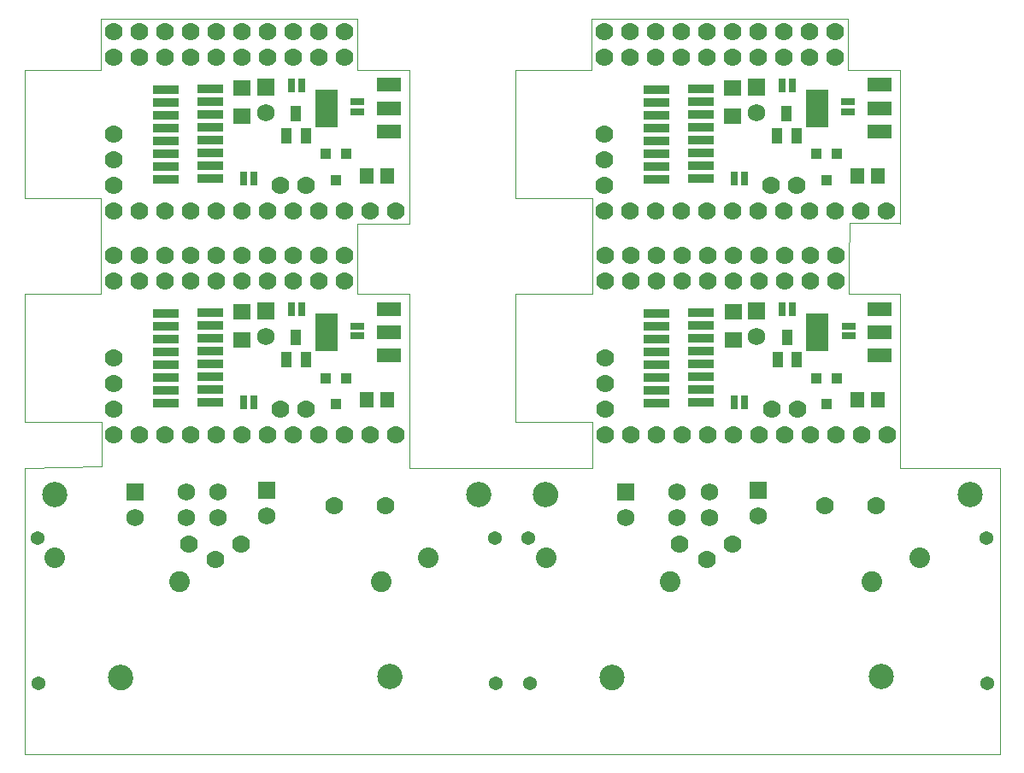
<source format=gbs>
G75*
%MOIN*%
%OFA0B0*%
%FSLAX25Y25*%
%IPPOS*%
%LPD*%
%AMOC8*
5,1,8,0,0,1.08239X$1,22.5*
%
%ADD10C,0.00000*%
%ADD11R,0.04337X0.03943*%
%ADD12R,0.04337X0.05912*%
%ADD13R,0.02900X0.05400*%
%ADD14R,0.05400X0.02900*%
%ADD15C,0.07000*%
%ADD16R,0.10400X0.03400*%
%ADD17R,0.06699X0.05912*%
%ADD18R,0.05518X0.06306*%
%ADD19R,0.09200X0.05200*%
%ADD20R,0.09061X0.14573*%
%ADD21C,0.05400*%
%ADD22C,0.08000*%
%ADD23R,0.06900X0.06900*%
%ADD24C,0.06900*%
%ADD25C,0.08077*%
%ADD26C,0.09455*%
%ADD27C,0.09843*%
D10*
X0005000Y0004606D02*
X0385476Y0004606D01*
X0385476Y0116575D01*
X0346500Y0116575D01*
X0346500Y0184409D01*
X0326421Y0184449D01*
X0326382Y0184488D01*
X0326382Y0194409D01*
X0326421Y0204449D01*
X0326654Y0204606D02*
X0326654Y0212087D01*
X0346339Y0212087D01*
X0346339Y0271811D01*
X0326260Y0271850D01*
X0326220Y0271890D01*
X0326220Y0281811D01*
X0326260Y0291850D01*
X0226260Y0291850D01*
X0226260Y0281850D01*
X0226299Y0281811D01*
X0226260Y0281811D01*
X0226260Y0271850D01*
X0196339Y0271850D01*
X0196339Y0221850D01*
X0226421Y0221850D01*
X0226421Y0194449D01*
X0226461Y0194409D01*
X0226421Y0194409D01*
X0226421Y0184449D01*
X0196500Y0184449D01*
X0196500Y0134449D01*
X0226421Y0134449D01*
X0226421Y0116575D01*
X0155000Y0116575D01*
X0155000Y0184409D01*
X0134921Y0184449D01*
X0134882Y0184488D01*
X0134882Y0194409D01*
X0134921Y0211693D01*
X0155000Y0211693D01*
X0155000Y0271811D01*
X0134921Y0271850D01*
X0134882Y0271890D01*
X0134882Y0281811D01*
X0134921Y0291850D01*
X0034921Y0291850D01*
X0034921Y0281850D01*
X0034961Y0281811D01*
X0034921Y0281811D01*
X0034921Y0271850D01*
X0005000Y0271850D01*
X0005000Y0221850D01*
X0034921Y0221850D01*
X0034921Y0194449D01*
X0034961Y0194409D01*
X0034921Y0194409D01*
X0034921Y0184449D01*
X0005000Y0184449D01*
X0005000Y0134449D01*
X0035031Y0134449D01*
X0035031Y0116969D01*
X0005000Y0116575D01*
X0005000Y0004606D01*
X0037972Y0034606D02*
X0037974Y0034740D01*
X0037980Y0034874D01*
X0037990Y0035008D01*
X0038004Y0035142D01*
X0038022Y0035275D01*
X0038043Y0035407D01*
X0038069Y0035539D01*
X0038099Y0035670D01*
X0038132Y0035800D01*
X0038169Y0035928D01*
X0038211Y0036056D01*
X0038255Y0036183D01*
X0038304Y0036308D01*
X0038356Y0036431D01*
X0038412Y0036553D01*
X0038472Y0036674D01*
X0038535Y0036792D01*
X0038601Y0036909D01*
X0038671Y0037023D01*
X0038744Y0037136D01*
X0038821Y0037246D01*
X0038901Y0037354D01*
X0038984Y0037459D01*
X0039070Y0037562D01*
X0039159Y0037662D01*
X0039251Y0037760D01*
X0039346Y0037855D01*
X0039444Y0037947D01*
X0039544Y0038036D01*
X0039647Y0038122D01*
X0039752Y0038205D01*
X0039860Y0038285D01*
X0039970Y0038362D01*
X0040083Y0038435D01*
X0040197Y0038505D01*
X0040314Y0038571D01*
X0040432Y0038634D01*
X0040553Y0038694D01*
X0040675Y0038750D01*
X0040798Y0038802D01*
X0040923Y0038851D01*
X0041050Y0038895D01*
X0041178Y0038937D01*
X0041306Y0038974D01*
X0041436Y0039007D01*
X0041567Y0039037D01*
X0041699Y0039063D01*
X0041831Y0039084D01*
X0041964Y0039102D01*
X0042098Y0039116D01*
X0042232Y0039126D01*
X0042366Y0039132D01*
X0042500Y0039134D01*
X0042634Y0039132D01*
X0042768Y0039126D01*
X0042902Y0039116D01*
X0043036Y0039102D01*
X0043169Y0039084D01*
X0043301Y0039063D01*
X0043433Y0039037D01*
X0043564Y0039007D01*
X0043694Y0038974D01*
X0043822Y0038937D01*
X0043950Y0038895D01*
X0044077Y0038851D01*
X0044202Y0038802D01*
X0044325Y0038750D01*
X0044447Y0038694D01*
X0044568Y0038634D01*
X0044686Y0038571D01*
X0044803Y0038505D01*
X0044917Y0038435D01*
X0045030Y0038362D01*
X0045140Y0038285D01*
X0045248Y0038205D01*
X0045353Y0038122D01*
X0045456Y0038036D01*
X0045556Y0037947D01*
X0045654Y0037855D01*
X0045749Y0037760D01*
X0045841Y0037662D01*
X0045930Y0037562D01*
X0046016Y0037459D01*
X0046099Y0037354D01*
X0046179Y0037246D01*
X0046256Y0037136D01*
X0046329Y0037023D01*
X0046399Y0036909D01*
X0046465Y0036792D01*
X0046528Y0036674D01*
X0046588Y0036553D01*
X0046644Y0036431D01*
X0046696Y0036308D01*
X0046745Y0036183D01*
X0046789Y0036056D01*
X0046831Y0035928D01*
X0046868Y0035800D01*
X0046901Y0035670D01*
X0046931Y0035539D01*
X0046957Y0035407D01*
X0046978Y0035275D01*
X0046996Y0035142D01*
X0047010Y0035008D01*
X0047020Y0034874D01*
X0047026Y0034740D01*
X0047028Y0034606D01*
X0047026Y0034472D01*
X0047020Y0034338D01*
X0047010Y0034204D01*
X0046996Y0034070D01*
X0046978Y0033937D01*
X0046957Y0033805D01*
X0046931Y0033673D01*
X0046901Y0033542D01*
X0046868Y0033412D01*
X0046831Y0033284D01*
X0046789Y0033156D01*
X0046745Y0033029D01*
X0046696Y0032904D01*
X0046644Y0032781D01*
X0046588Y0032659D01*
X0046528Y0032538D01*
X0046465Y0032420D01*
X0046399Y0032303D01*
X0046329Y0032189D01*
X0046256Y0032076D01*
X0046179Y0031966D01*
X0046099Y0031858D01*
X0046016Y0031753D01*
X0045930Y0031650D01*
X0045841Y0031550D01*
X0045749Y0031452D01*
X0045654Y0031357D01*
X0045556Y0031265D01*
X0045456Y0031176D01*
X0045353Y0031090D01*
X0045248Y0031007D01*
X0045140Y0030927D01*
X0045030Y0030850D01*
X0044917Y0030777D01*
X0044803Y0030707D01*
X0044686Y0030641D01*
X0044568Y0030578D01*
X0044447Y0030518D01*
X0044325Y0030462D01*
X0044202Y0030410D01*
X0044077Y0030361D01*
X0043950Y0030317D01*
X0043822Y0030275D01*
X0043694Y0030238D01*
X0043564Y0030205D01*
X0043433Y0030175D01*
X0043301Y0030149D01*
X0043169Y0030128D01*
X0043036Y0030110D01*
X0042902Y0030096D01*
X0042768Y0030086D01*
X0042634Y0030080D01*
X0042500Y0030078D01*
X0042366Y0030080D01*
X0042232Y0030086D01*
X0042098Y0030096D01*
X0041964Y0030110D01*
X0041831Y0030128D01*
X0041699Y0030149D01*
X0041567Y0030175D01*
X0041436Y0030205D01*
X0041306Y0030238D01*
X0041178Y0030275D01*
X0041050Y0030317D01*
X0040923Y0030361D01*
X0040798Y0030410D01*
X0040675Y0030462D01*
X0040553Y0030518D01*
X0040432Y0030578D01*
X0040314Y0030641D01*
X0040197Y0030707D01*
X0040083Y0030777D01*
X0039970Y0030850D01*
X0039860Y0030927D01*
X0039752Y0031007D01*
X0039647Y0031090D01*
X0039544Y0031176D01*
X0039444Y0031265D01*
X0039346Y0031357D01*
X0039251Y0031452D01*
X0039159Y0031550D01*
X0039070Y0031650D01*
X0038984Y0031753D01*
X0038901Y0031858D01*
X0038821Y0031966D01*
X0038744Y0032076D01*
X0038671Y0032189D01*
X0038601Y0032303D01*
X0038535Y0032420D01*
X0038472Y0032538D01*
X0038412Y0032659D01*
X0038356Y0032781D01*
X0038304Y0032904D01*
X0038255Y0033029D01*
X0038211Y0033156D01*
X0038169Y0033284D01*
X0038132Y0033412D01*
X0038099Y0033542D01*
X0038069Y0033673D01*
X0038043Y0033805D01*
X0038022Y0033937D01*
X0038004Y0034070D01*
X0037990Y0034204D01*
X0037980Y0034338D01*
X0037974Y0034472D01*
X0037972Y0034606D01*
X0012283Y0106173D02*
X0012285Y0106307D01*
X0012291Y0106441D01*
X0012301Y0106575D01*
X0012315Y0106709D01*
X0012333Y0106842D01*
X0012354Y0106974D01*
X0012380Y0107106D01*
X0012410Y0107237D01*
X0012443Y0107367D01*
X0012480Y0107495D01*
X0012522Y0107623D01*
X0012566Y0107750D01*
X0012615Y0107875D01*
X0012667Y0107998D01*
X0012723Y0108120D01*
X0012783Y0108241D01*
X0012846Y0108359D01*
X0012912Y0108476D01*
X0012982Y0108590D01*
X0013055Y0108703D01*
X0013132Y0108813D01*
X0013212Y0108921D01*
X0013295Y0109026D01*
X0013381Y0109129D01*
X0013470Y0109229D01*
X0013562Y0109327D01*
X0013657Y0109422D01*
X0013755Y0109514D01*
X0013855Y0109603D01*
X0013958Y0109689D01*
X0014063Y0109772D01*
X0014171Y0109852D01*
X0014281Y0109929D01*
X0014394Y0110002D01*
X0014508Y0110072D01*
X0014625Y0110138D01*
X0014743Y0110201D01*
X0014864Y0110261D01*
X0014986Y0110317D01*
X0015109Y0110369D01*
X0015234Y0110418D01*
X0015361Y0110462D01*
X0015489Y0110504D01*
X0015617Y0110541D01*
X0015747Y0110574D01*
X0015878Y0110604D01*
X0016010Y0110630D01*
X0016142Y0110651D01*
X0016275Y0110669D01*
X0016409Y0110683D01*
X0016543Y0110693D01*
X0016677Y0110699D01*
X0016811Y0110701D01*
X0016945Y0110699D01*
X0017079Y0110693D01*
X0017213Y0110683D01*
X0017347Y0110669D01*
X0017480Y0110651D01*
X0017612Y0110630D01*
X0017744Y0110604D01*
X0017875Y0110574D01*
X0018005Y0110541D01*
X0018133Y0110504D01*
X0018261Y0110462D01*
X0018388Y0110418D01*
X0018513Y0110369D01*
X0018636Y0110317D01*
X0018758Y0110261D01*
X0018879Y0110201D01*
X0018997Y0110138D01*
X0019114Y0110072D01*
X0019228Y0110002D01*
X0019341Y0109929D01*
X0019451Y0109852D01*
X0019559Y0109772D01*
X0019664Y0109689D01*
X0019767Y0109603D01*
X0019867Y0109514D01*
X0019965Y0109422D01*
X0020060Y0109327D01*
X0020152Y0109229D01*
X0020241Y0109129D01*
X0020327Y0109026D01*
X0020410Y0108921D01*
X0020490Y0108813D01*
X0020567Y0108703D01*
X0020640Y0108590D01*
X0020710Y0108476D01*
X0020776Y0108359D01*
X0020839Y0108241D01*
X0020899Y0108120D01*
X0020955Y0107998D01*
X0021007Y0107875D01*
X0021056Y0107750D01*
X0021100Y0107623D01*
X0021142Y0107495D01*
X0021179Y0107367D01*
X0021212Y0107237D01*
X0021242Y0107106D01*
X0021268Y0106974D01*
X0021289Y0106842D01*
X0021307Y0106709D01*
X0021321Y0106575D01*
X0021331Y0106441D01*
X0021337Y0106307D01*
X0021339Y0106173D01*
X0021337Y0106039D01*
X0021331Y0105905D01*
X0021321Y0105771D01*
X0021307Y0105637D01*
X0021289Y0105504D01*
X0021268Y0105372D01*
X0021242Y0105240D01*
X0021212Y0105109D01*
X0021179Y0104979D01*
X0021142Y0104851D01*
X0021100Y0104723D01*
X0021056Y0104596D01*
X0021007Y0104471D01*
X0020955Y0104348D01*
X0020899Y0104226D01*
X0020839Y0104105D01*
X0020776Y0103987D01*
X0020710Y0103870D01*
X0020640Y0103756D01*
X0020567Y0103643D01*
X0020490Y0103533D01*
X0020410Y0103425D01*
X0020327Y0103320D01*
X0020241Y0103217D01*
X0020152Y0103117D01*
X0020060Y0103019D01*
X0019965Y0102924D01*
X0019867Y0102832D01*
X0019767Y0102743D01*
X0019664Y0102657D01*
X0019559Y0102574D01*
X0019451Y0102494D01*
X0019341Y0102417D01*
X0019228Y0102344D01*
X0019114Y0102274D01*
X0018997Y0102208D01*
X0018879Y0102145D01*
X0018758Y0102085D01*
X0018636Y0102029D01*
X0018513Y0101977D01*
X0018388Y0101928D01*
X0018261Y0101884D01*
X0018133Y0101842D01*
X0018005Y0101805D01*
X0017875Y0101772D01*
X0017744Y0101742D01*
X0017612Y0101716D01*
X0017480Y0101695D01*
X0017347Y0101677D01*
X0017213Y0101663D01*
X0017079Y0101653D01*
X0016945Y0101647D01*
X0016811Y0101645D01*
X0016677Y0101647D01*
X0016543Y0101653D01*
X0016409Y0101663D01*
X0016275Y0101677D01*
X0016142Y0101695D01*
X0016010Y0101716D01*
X0015878Y0101742D01*
X0015747Y0101772D01*
X0015617Y0101805D01*
X0015489Y0101842D01*
X0015361Y0101884D01*
X0015234Y0101928D01*
X0015109Y0101977D01*
X0014986Y0102029D01*
X0014864Y0102085D01*
X0014743Y0102145D01*
X0014625Y0102208D01*
X0014508Y0102274D01*
X0014394Y0102344D01*
X0014281Y0102417D01*
X0014171Y0102494D01*
X0014063Y0102574D01*
X0013958Y0102657D01*
X0013855Y0102743D01*
X0013755Y0102832D01*
X0013657Y0102924D01*
X0013562Y0103019D01*
X0013470Y0103117D01*
X0013381Y0103217D01*
X0013295Y0103320D01*
X0013212Y0103425D01*
X0013132Y0103533D01*
X0013055Y0103643D01*
X0012982Y0103756D01*
X0012912Y0103870D01*
X0012846Y0103987D01*
X0012783Y0104105D01*
X0012723Y0104226D01*
X0012667Y0104348D01*
X0012615Y0104471D01*
X0012566Y0104596D01*
X0012522Y0104723D01*
X0012480Y0104851D01*
X0012443Y0104979D01*
X0012410Y0105109D01*
X0012380Y0105240D01*
X0012354Y0105372D01*
X0012333Y0105504D01*
X0012315Y0105637D01*
X0012301Y0105771D01*
X0012291Y0105905D01*
X0012285Y0106039D01*
X0012283Y0106173D01*
X0142972Y0035106D02*
X0142974Y0035240D01*
X0142980Y0035374D01*
X0142990Y0035508D01*
X0143004Y0035642D01*
X0143022Y0035775D01*
X0143043Y0035907D01*
X0143069Y0036039D01*
X0143099Y0036170D01*
X0143132Y0036300D01*
X0143169Y0036428D01*
X0143211Y0036556D01*
X0143255Y0036683D01*
X0143304Y0036808D01*
X0143356Y0036931D01*
X0143412Y0037053D01*
X0143472Y0037174D01*
X0143535Y0037292D01*
X0143601Y0037409D01*
X0143671Y0037523D01*
X0143744Y0037636D01*
X0143821Y0037746D01*
X0143901Y0037854D01*
X0143984Y0037959D01*
X0144070Y0038062D01*
X0144159Y0038162D01*
X0144251Y0038260D01*
X0144346Y0038355D01*
X0144444Y0038447D01*
X0144544Y0038536D01*
X0144647Y0038622D01*
X0144752Y0038705D01*
X0144860Y0038785D01*
X0144970Y0038862D01*
X0145083Y0038935D01*
X0145197Y0039005D01*
X0145314Y0039071D01*
X0145432Y0039134D01*
X0145553Y0039194D01*
X0145675Y0039250D01*
X0145798Y0039302D01*
X0145923Y0039351D01*
X0146050Y0039395D01*
X0146178Y0039437D01*
X0146306Y0039474D01*
X0146436Y0039507D01*
X0146567Y0039537D01*
X0146699Y0039563D01*
X0146831Y0039584D01*
X0146964Y0039602D01*
X0147098Y0039616D01*
X0147232Y0039626D01*
X0147366Y0039632D01*
X0147500Y0039634D01*
X0147634Y0039632D01*
X0147768Y0039626D01*
X0147902Y0039616D01*
X0148036Y0039602D01*
X0148169Y0039584D01*
X0148301Y0039563D01*
X0148433Y0039537D01*
X0148564Y0039507D01*
X0148694Y0039474D01*
X0148822Y0039437D01*
X0148950Y0039395D01*
X0149077Y0039351D01*
X0149202Y0039302D01*
X0149325Y0039250D01*
X0149447Y0039194D01*
X0149568Y0039134D01*
X0149686Y0039071D01*
X0149803Y0039005D01*
X0149917Y0038935D01*
X0150030Y0038862D01*
X0150140Y0038785D01*
X0150248Y0038705D01*
X0150353Y0038622D01*
X0150456Y0038536D01*
X0150556Y0038447D01*
X0150654Y0038355D01*
X0150749Y0038260D01*
X0150841Y0038162D01*
X0150930Y0038062D01*
X0151016Y0037959D01*
X0151099Y0037854D01*
X0151179Y0037746D01*
X0151256Y0037636D01*
X0151329Y0037523D01*
X0151399Y0037409D01*
X0151465Y0037292D01*
X0151528Y0037174D01*
X0151588Y0037053D01*
X0151644Y0036931D01*
X0151696Y0036808D01*
X0151745Y0036683D01*
X0151789Y0036556D01*
X0151831Y0036428D01*
X0151868Y0036300D01*
X0151901Y0036170D01*
X0151931Y0036039D01*
X0151957Y0035907D01*
X0151978Y0035775D01*
X0151996Y0035642D01*
X0152010Y0035508D01*
X0152020Y0035374D01*
X0152026Y0035240D01*
X0152028Y0035106D01*
X0152026Y0034972D01*
X0152020Y0034838D01*
X0152010Y0034704D01*
X0151996Y0034570D01*
X0151978Y0034437D01*
X0151957Y0034305D01*
X0151931Y0034173D01*
X0151901Y0034042D01*
X0151868Y0033912D01*
X0151831Y0033784D01*
X0151789Y0033656D01*
X0151745Y0033529D01*
X0151696Y0033404D01*
X0151644Y0033281D01*
X0151588Y0033159D01*
X0151528Y0033038D01*
X0151465Y0032920D01*
X0151399Y0032803D01*
X0151329Y0032689D01*
X0151256Y0032576D01*
X0151179Y0032466D01*
X0151099Y0032358D01*
X0151016Y0032253D01*
X0150930Y0032150D01*
X0150841Y0032050D01*
X0150749Y0031952D01*
X0150654Y0031857D01*
X0150556Y0031765D01*
X0150456Y0031676D01*
X0150353Y0031590D01*
X0150248Y0031507D01*
X0150140Y0031427D01*
X0150030Y0031350D01*
X0149917Y0031277D01*
X0149803Y0031207D01*
X0149686Y0031141D01*
X0149568Y0031078D01*
X0149447Y0031018D01*
X0149325Y0030962D01*
X0149202Y0030910D01*
X0149077Y0030861D01*
X0148950Y0030817D01*
X0148822Y0030775D01*
X0148694Y0030738D01*
X0148564Y0030705D01*
X0148433Y0030675D01*
X0148301Y0030649D01*
X0148169Y0030628D01*
X0148036Y0030610D01*
X0147902Y0030596D01*
X0147768Y0030586D01*
X0147634Y0030580D01*
X0147500Y0030578D01*
X0147366Y0030580D01*
X0147232Y0030586D01*
X0147098Y0030596D01*
X0146964Y0030610D01*
X0146831Y0030628D01*
X0146699Y0030649D01*
X0146567Y0030675D01*
X0146436Y0030705D01*
X0146306Y0030738D01*
X0146178Y0030775D01*
X0146050Y0030817D01*
X0145923Y0030861D01*
X0145798Y0030910D01*
X0145675Y0030962D01*
X0145553Y0031018D01*
X0145432Y0031078D01*
X0145314Y0031141D01*
X0145197Y0031207D01*
X0145083Y0031277D01*
X0144970Y0031350D01*
X0144860Y0031427D01*
X0144752Y0031507D01*
X0144647Y0031590D01*
X0144544Y0031676D01*
X0144444Y0031765D01*
X0144346Y0031857D01*
X0144251Y0031952D01*
X0144159Y0032050D01*
X0144070Y0032150D01*
X0143984Y0032253D01*
X0143901Y0032358D01*
X0143821Y0032466D01*
X0143744Y0032576D01*
X0143671Y0032689D01*
X0143601Y0032803D01*
X0143535Y0032920D01*
X0143472Y0033038D01*
X0143412Y0033159D01*
X0143356Y0033281D01*
X0143304Y0033404D01*
X0143255Y0033529D01*
X0143211Y0033656D01*
X0143169Y0033784D01*
X0143132Y0033912D01*
X0143099Y0034042D01*
X0143069Y0034173D01*
X0143043Y0034305D01*
X0143022Y0034437D01*
X0143004Y0034570D01*
X0142990Y0034704D01*
X0142980Y0034838D01*
X0142974Y0034972D01*
X0142972Y0035106D01*
X0177637Y0106173D02*
X0177639Y0106307D01*
X0177645Y0106441D01*
X0177655Y0106575D01*
X0177669Y0106709D01*
X0177687Y0106842D01*
X0177708Y0106974D01*
X0177734Y0107106D01*
X0177764Y0107237D01*
X0177797Y0107367D01*
X0177834Y0107495D01*
X0177876Y0107623D01*
X0177920Y0107750D01*
X0177969Y0107875D01*
X0178021Y0107998D01*
X0178077Y0108120D01*
X0178137Y0108241D01*
X0178200Y0108359D01*
X0178266Y0108476D01*
X0178336Y0108590D01*
X0178409Y0108703D01*
X0178486Y0108813D01*
X0178566Y0108921D01*
X0178649Y0109026D01*
X0178735Y0109129D01*
X0178824Y0109229D01*
X0178916Y0109327D01*
X0179011Y0109422D01*
X0179109Y0109514D01*
X0179209Y0109603D01*
X0179312Y0109689D01*
X0179417Y0109772D01*
X0179525Y0109852D01*
X0179635Y0109929D01*
X0179748Y0110002D01*
X0179862Y0110072D01*
X0179979Y0110138D01*
X0180097Y0110201D01*
X0180218Y0110261D01*
X0180340Y0110317D01*
X0180463Y0110369D01*
X0180588Y0110418D01*
X0180715Y0110462D01*
X0180843Y0110504D01*
X0180971Y0110541D01*
X0181101Y0110574D01*
X0181232Y0110604D01*
X0181364Y0110630D01*
X0181496Y0110651D01*
X0181629Y0110669D01*
X0181763Y0110683D01*
X0181897Y0110693D01*
X0182031Y0110699D01*
X0182165Y0110701D01*
X0182299Y0110699D01*
X0182433Y0110693D01*
X0182567Y0110683D01*
X0182701Y0110669D01*
X0182834Y0110651D01*
X0182966Y0110630D01*
X0183098Y0110604D01*
X0183229Y0110574D01*
X0183359Y0110541D01*
X0183487Y0110504D01*
X0183615Y0110462D01*
X0183742Y0110418D01*
X0183867Y0110369D01*
X0183990Y0110317D01*
X0184112Y0110261D01*
X0184233Y0110201D01*
X0184351Y0110138D01*
X0184468Y0110072D01*
X0184582Y0110002D01*
X0184695Y0109929D01*
X0184805Y0109852D01*
X0184913Y0109772D01*
X0185018Y0109689D01*
X0185121Y0109603D01*
X0185221Y0109514D01*
X0185319Y0109422D01*
X0185414Y0109327D01*
X0185506Y0109229D01*
X0185595Y0109129D01*
X0185681Y0109026D01*
X0185764Y0108921D01*
X0185844Y0108813D01*
X0185921Y0108703D01*
X0185994Y0108590D01*
X0186064Y0108476D01*
X0186130Y0108359D01*
X0186193Y0108241D01*
X0186253Y0108120D01*
X0186309Y0107998D01*
X0186361Y0107875D01*
X0186410Y0107750D01*
X0186454Y0107623D01*
X0186496Y0107495D01*
X0186533Y0107367D01*
X0186566Y0107237D01*
X0186596Y0107106D01*
X0186622Y0106974D01*
X0186643Y0106842D01*
X0186661Y0106709D01*
X0186675Y0106575D01*
X0186685Y0106441D01*
X0186691Y0106307D01*
X0186693Y0106173D01*
X0186691Y0106039D01*
X0186685Y0105905D01*
X0186675Y0105771D01*
X0186661Y0105637D01*
X0186643Y0105504D01*
X0186622Y0105372D01*
X0186596Y0105240D01*
X0186566Y0105109D01*
X0186533Y0104979D01*
X0186496Y0104851D01*
X0186454Y0104723D01*
X0186410Y0104596D01*
X0186361Y0104471D01*
X0186309Y0104348D01*
X0186253Y0104226D01*
X0186193Y0104105D01*
X0186130Y0103987D01*
X0186064Y0103870D01*
X0185994Y0103756D01*
X0185921Y0103643D01*
X0185844Y0103533D01*
X0185764Y0103425D01*
X0185681Y0103320D01*
X0185595Y0103217D01*
X0185506Y0103117D01*
X0185414Y0103019D01*
X0185319Y0102924D01*
X0185221Y0102832D01*
X0185121Y0102743D01*
X0185018Y0102657D01*
X0184913Y0102574D01*
X0184805Y0102494D01*
X0184695Y0102417D01*
X0184582Y0102344D01*
X0184468Y0102274D01*
X0184351Y0102208D01*
X0184233Y0102145D01*
X0184112Y0102085D01*
X0183990Y0102029D01*
X0183867Y0101977D01*
X0183742Y0101928D01*
X0183615Y0101884D01*
X0183487Y0101842D01*
X0183359Y0101805D01*
X0183229Y0101772D01*
X0183098Y0101742D01*
X0182966Y0101716D01*
X0182834Y0101695D01*
X0182701Y0101677D01*
X0182567Y0101663D01*
X0182433Y0101653D01*
X0182299Y0101647D01*
X0182165Y0101645D01*
X0182031Y0101647D01*
X0181897Y0101653D01*
X0181763Y0101663D01*
X0181629Y0101677D01*
X0181496Y0101695D01*
X0181364Y0101716D01*
X0181232Y0101742D01*
X0181101Y0101772D01*
X0180971Y0101805D01*
X0180843Y0101842D01*
X0180715Y0101884D01*
X0180588Y0101928D01*
X0180463Y0101977D01*
X0180340Y0102029D01*
X0180218Y0102085D01*
X0180097Y0102145D01*
X0179979Y0102208D01*
X0179862Y0102274D01*
X0179748Y0102344D01*
X0179635Y0102417D01*
X0179525Y0102494D01*
X0179417Y0102574D01*
X0179312Y0102657D01*
X0179209Y0102743D01*
X0179109Y0102832D01*
X0179011Y0102924D01*
X0178916Y0103019D01*
X0178824Y0103117D01*
X0178735Y0103217D01*
X0178649Y0103320D01*
X0178566Y0103425D01*
X0178486Y0103533D01*
X0178409Y0103643D01*
X0178336Y0103756D01*
X0178266Y0103870D01*
X0178200Y0103987D01*
X0178137Y0104105D01*
X0178077Y0104226D01*
X0178021Y0104348D01*
X0177969Y0104471D01*
X0177920Y0104596D01*
X0177876Y0104723D01*
X0177834Y0104851D01*
X0177797Y0104979D01*
X0177764Y0105109D01*
X0177734Y0105240D01*
X0177708Y0105372D01*
X0177687Y0105504D01*
X0177669Y0105637D01*
X0177655Y0105771D01*
X0177645Y0105905D01*
X0177639Y0106039D01*
X0177637Y0106173D01*
X0203783Y0106173D02*
X0203785Y0106307D01*
X0203791Y0106441D01*
X0203801Y0106575D01*
X0203815Y0106709D01*
X0203833Y0106842D01*
X0203854Y0106974D01*
X0203880Y0107106D01*
X0203910Y0107237D01*
X0203943Y0107367D01*
X0203980Y0107495D01*
X0204022Y0107623D01*
X0204066Y0107750D01*
X0204115Y0107875D01*
X0204167Y0107998D01*
X0204223Y0108120D01*
X0204283Y0108241D01*
X0204346Y0108359D01*
X0204412Y0108476D01*
X0204482Y0108590D01*
X0204555Y0108703D01*
X0204632Y0108813D01*
X0204712Y0108921D01*
X0204795Y0109026D01*
X0204881Y0109129D01*
X0204970Y0109229D01*
X0205062Y0109327D01*
X0205157Y0109422D01*
X0205255Y0109514D01*
X0205355Y0109603D01*
X0205458Y0109689D01*
X0205563Y0109772D01*
X0205671Y0109852D01*
X0205781Y0109929D01*
X0205894Y0110002D01*
X0206008Y0110072D01*
X0206125Y0110138D01*
X0206243Y0110201D01*
X0206364Y0110261D01*
X0206486Y0110317D01*
X0206609Y0110369D01*
X0206734Y0110418D01*
X0206861Y0110462D01*
X0206989Y0110504D01*
X0207117Y0110541D01*
X0207247Y0110574D01*
X0207378Y0110604D01*
X0207510Y0110630D01*
X0207642Y0110651D01*
X0207775Y0110669D01*
X0207909Y0110683D01*
X0208043Y0110693D01*
X0208177Y0110699D01*
X0208311Y0110701D01*
X0208445Y0110699D01*
X0208579Y0110693D01*
X0208713Y0110683D01*
X0208847Y0110669D01*
X0208980Y0110651D01*
X0209112Y0110630D01*
X0209244Y0110604D01*
X0209375Y0110574D01*
X0209505Y0110541D01*
X0209633Y0110504D01*
X0209761Y0110462D01*
X0209888Y0110418D01*
X0210013Y0110369D01*
X0210136Y0110317D01*
X0210258Y0110261D01*
X0210379Y0110201D01*
X0210497Y0110138D01*
X0210614Y0110072D01*
X0210728Y0110002D01*
X0210841Y0109929D01*
X0210951Y0109852D01*
X0211059Y0109772D01*
X0211164Y0109689D01*
X0211267Y0109603D01*
X0211367Y0109514D01*
X0211465Y0109422D01*
X0211560Y0109327D01*
X0211652Y0109229D01*
X0211741Y0109129D01*
X0211827Y0109026D01*
X0211910Y0108921D01*
X0211990Y0108813D01*
X0212067Y0108703D01*
X0212140Y0108590D01*
X0212210Y0108476D01*
X0212276Y0108359D01*
X0212339Y0108241D01*
X0212399Y0108120D01*
X0212455Y0107998D01*
X0212507Y0107875D01*
X0212556Y0107750D01*
X0212600Y0107623D01*
X0212642Y0107495D01*
X0212679Y0107367D01*
X0212712Y0107237D01*
X0212742Y0107106D01*
X0212768Y0106974D01*
X0212789Y0106842D01*
X0212807Y0106709D01*
X0212821Y0106575D01*
X0212831Y0106441D01*
X0212837Y0106307D01*
X0212839Y0106173D01*
X0212837Y0106039D01*
X0212831Y0105905D01*
X0212821Y0105771D01*
X0212807Y0105637D01*
X0212789Y0105504D01*
X0212768Y0105372D01*
X0212742Y0105240D01*
X0212712Y0105109D01*
X0212679Y0104979D01*
X0212642Y0104851D01*
X0212600Y0104723D01*
X0212556Y0104596D01*
X0212507Y0104471D01*
X0212455Y0104348D01*
X0212399Y0104226D01*
X0212339Y0104105D01*
X0212276Y0103987D01*
X0212210Y0103870D01*
X0212140Y0103756D01*
X0212067Y0103643D01*
X0211990Y0103533D01*
X0211910Y0103425D01*
X0211827Y0103320D01*
X0211741Y0103217D01*
X0211652Y0103117D01*
X0211560Y0103019D01*
X0211465Y0102924D01*
X0211367Y0102832D01*
X0211267Y0102743D01*
X0211164Y0102657D01*
X0211059Y0102574D01*
X0210951Y0102494D01*
X0210841Y0102417D01*
X0210728Y0102344D01*
X0210614Y0102274D01*
X0210497Y0102208D01*
X0210379Y0102145D01*
X0210258Y0102085D01*
X0210136Y0102029D01*
X0210013Y0101977D01*
X0209888Y0101928D01*
X0209761Y0101884D01*
X0209633Y0101842D01*
X0209505Y0101805D01*
X0209375Y0101772D01*
X0209244Y0101742D01*
X0209112Y0101716D01*
X0208980Y0101695D01*
X0208847Y0101677D01*
X0208713Y0101663D01*
X0208579Y0101653D01*
X0208445Y0101647D01*
X0208311Y0101645D01*
X0208177Y0101647D01*
X0208043Y0101653D01*
X0207909Y0101663D01*
X0207775Y0101677D01*
X0207642Y0101695D01*
X0207510Y0101716D01*
X0207378Y0101742D01*
X0207247Y0101772D01*
X0207117Y0101805D01*
X0206989Y0101842D01*
X0206861Y0101884D01*
X0206734Y0101928D01*
X0206609Y0101977D01*
X0206486Y0102029D01*
X0206364Y0102085D01*
X0206243Y0102145D01*
X0206125Y0102208D01*
X0206008Y0102274D01*
X0205894Y0102344D01*
X0205781Y0102417D01*
X0205671Y0102494D01*
X0205563Y0102574D01*
X0205458Y0102657D01*
X0205355Y0102743D01*
X0205255Y0102832D01*
X0205157Y0102924D01*
X0205062Y0103019D01*
X0204970Y0103117D01*
X0204881Y0103217D01*
X0204795Y0103320D01*
X0204712Y0103425D01*
X0204632Y0103533D01*
X0204555Y0103643D01*
X0204482Y0103756D01*
X0204412Y0103870D01*
X0204346Y0103987D01*
X0204283Y0104105D01*
X0204223Y0104226D01*
X0204167Y0104348D01*
X0204115Y0104471D01*
X0204066Y0104596D01*
X0204022Y0104723D01*
X0203980Y0104851D01*
X0203943Y0104979D01*
X0203910Y0105109D01*
X0203880Y0105240D01*
X0203854Y0105372D01*
X0203833Y0105504D01*
X0203815Y0105637D01*
X0203801Y0105771D01*
X0203791Y0105905D01*
X0203785Y0106039D01*
X0203783Y0106173D01*
X0229472Y0034606D02*
X0229474Y0034740D01*
X0229480Y0034874D01*
X0229490Y0035008D01*
X0229504Y0035142D01*
X0229522Y0035275D01*
X0229543Y0035407D01*
X0229569Y0035539D01*
X0229599Y0035670D01*
X0229632Y0035800D01*
X0229669Y0035928D01*
X0229711Y0036056D01*
X0229755Y0036183D01*
X0229804Y0036308D01*
X0229856Y0036431D01*
X0229912Y0036553D01*
X0229972Y0036674D01*
X0230035Y0036792D01*
X0230101Y0036909D01*
X0230171Y0037023D01*
X0230244Y0037136D01*
X0230321Y0037246D01*
X0230401Y0037354D01*
X0230484Y0037459D01*
X0230570Y0037562D01*
X0230659Y0037662D01*
X0230751Y0037760D01*
X0230846Y0037855D01*
X0230944Y0037947D01*
X0231044Y0038036D01*
X0231147Y0038122D01*
X0231252Y0038205D01*
X0231360Y0038285D01*
X0231470Y0038362D01*
X0231583Y0038435D01*
X0231697Y0038505D01*
X0231814Y0038571D01*
X0231932Y0038634D01*
X0232053Y0038694D01*
X0232175Y0038750D01*
X0232298Y0038802D01*
X0232423Y0038851D01*
X0232550Y0038895D01*
X0232678Y0038937D01*
X0232806Y0038974D01*
X0232936Y0039007D01*
X0233067Y0039037D01*
X0233199Y0039063D01*
X0233331Y0039084D01*
X0233464Y0039102D01*
X0233598Y0039116D01*
X0233732Y0039126D01*
X0233866Y0039132D01*
X0234000Y0039134D01*
X0234134Y0039132D01*
X0234268Y0039126D01*
X0234402Y0039116D01*
X0234536Y0039102D01*
X0234669Y0039084D01*
X0234801Y0039063D01*
X0234933Y0039037D01*
X0235064Y0039007D01*
X0235194Y0038974D01*
X0235322Y0038937D01*
X0235450Y0038895D01*
X0235577Y0038851D01*
X0235702Y0038802D01*
X0235825Y0038750D01*
X0235947Y0038694D01*
X0236068Y0038634D01*
X0236186Y0038571D01*
X0236303Y0038505D01*
X0236417Y0038435D01*
X0236530Y0038362D01*
X0236640Y0038285D01*
X0236748Y0038205D01*
X0236853Y0038122D01*
X0236956Y0038036D01*
X0237056Y0037947D01*
X0237154Y0037855D01*
X0237249Y0037760D01*
X0237341Y0037662D01*
X0237430Y0037562D01*
X0237516Y0037459D01*
X0237599Y0037354D01*
X0237679Y0037246D01*
X0237756Y0037136D01*
X0237829Y0037023D01*
X0237899Y0036909D01*
X0237965Y0036792D01*
X0238028Y0036674D01*
X0238088Y0036553D01*
X0238144Y0036431D01*
X0238196Y0036308D01*
X0238245Y0036183D01*
X0238289Y0036056D01*
X0238331Y0035928D01*
X0238368Y0035800D01*
X0238401Y0035670D01*
X0238431Y0035539D01*
X0238457Y0035407D01*
X0238478Y0035275D01*
X0238496Y0035142D01*
X0238510Y0035008D01*
X0238520Y0034874D01*
X0238526Y0034740D01*
X0238528Y0034606D01*
X0238526Y0034472D01*
X0238520Y0034338D01*
X0238510Y0034204D01*
X0238496Y0034070D01*
X0238478Y0033937D01*
X0238457Y0033805D01*
X0238431Y0033673D01*
X0238401Y0033542D01*
X0238368Y0033412D01*
X0238331Y0033284D01*
X0238289Y0033156D01*
X0238245Y0033029D01*
X0238196Y0032904D01*
X0238144Y0032781D01*
X0238088Y0032659D01*
X0238028Y0032538D01*
X0237965Y0032420D01*
X0237899Y0032303D01*
X0237829Y0032189D01*
X0237756Y0032076D01*
X0237679Y0031966D01*
X0237599Y0031858D01*
X0237516Y0031753D01*
X0237430Y0031650D01*
X0237341Y0031550D01*
X0237249Y0031452D01*
X0237154Y0031357D01*
X0237056Y0031265D01*
X0236956Y0031176D01*
X0236853Y0031090D01*
X0236748Y0031007D01*
X0236640Y0030927D01*
X0236530Y0030850D01*
X0236417Y0030777D01*
X0236303Y0030707D01*
X0236186Y0030641D01*
X0236068Y0030578D01*
X0235947Y0030518D01*
X0235825Y0030462D01*
X0235702Y0030410D01*
X0235577Y0030361D01*
X0235450Y0030317D01*
X0235322Y0030275D01*
X0235194Y0030238D01*
X0235064Y0030205D01*
X0234933Y0030175D01*
X0234801Y0030149D01*
X0234669Y0030128D01*
X0234536Y0030110D01*
X0234402Y0030096D01*
X0234268Y0030086D01*
X0234134Y0030080D01*
X0234000Y0030078D01*
X0233866Y0030080D01*
X0233732Y0030086D01*
X0233598Y0030096D01*
X0233464Y0030110D01*
X0233331Y0030128D01*
X0233199Y0030149D01*
X0233067Y0030175D01*
X0232936Y0030205D01*
X0232806Y0030238D01*
X0232678Y0030275D01*
X0232550Y0030317D01*
X0232423Y0030361D01*
X0232298Y0030410D01*
X0232175Y0030462D01*
X0232053Y0030518D01*
X0231932Y0030578D01*
X0231814Y0030641D01*
X0231697Y0030707D01*
X0231583Y0030777D01*
X0231470Y0030850D01*
X0231360Y0030927D01*
X0231252Y0031007D01*
X0231147Y0031090D01*
X0231044Y0031176D01*
X0230944Y0031265D01*
X0230846Y0031357D01*
X0230751Y0031452D01*
X0230659Y0031550D01*
X0230570Y0031650D01*
X0230484Y0031753D01*
X0230401Y0031858D01*
X0230321Y0031966D01*
X0230244Y0032076D01*
X0230171Y0032189D01*
X0230101Y0032303D01*
X0230035Y0032420D01*
X0229972Y0032538D01*
X0229912Y0032659D01*
X0229856Y0032781D01*
X0229804Y0032904D01*
X0229755Y0033029D01*
X0229711Y0033156D01*
X0229669Y0033284D01*
X0229632Y0033412D01*
X0229599Y0033542D01*
X0229569Y0033673D01*
X0229543Y0033805D01*
X0229522Y0033937D01*
X0229504Y0034070D01*
X0229490Y0034204D01*
X0229480Y0034338D01*
X0229474Y0034472D01*
X0229472Y0034606D01*
X0334472Y0035106D02*
X0334474Y0035240D01*
X0334480Y0035374D01*
X0334490Y0035508D01*
X0334504Y0035642D01*
X0334522Y0035775D01*
X0334543Y0035907D01*
X0334569Y0036039D01*
X0334599Y0036170D01*
X0334632Y0036300D01*
X0334669Y0036428D01*
X0334711Y0036556D01*
X0334755Y0036683D01*
X0334804Y0036808D01*
X0334856Y0036931D01*
X0334912Y0037053D01*
X0334972Y0037174D01*
X0335035Y0037292D01*
X0335101Y0037409D01*
X0335171Y0037523D01*
X0335244Y0037636D01*
X0335321Y0037746D01*
X0335401Y0037854D01*
X0335484Y0037959D01*
X0335570Y0038062D01*
X0335659Y0038162D01*
X0335751Y0038260D01*
X0335846Y0038355D01*
X0335944Y0038447D01*
X0336044Y0038536D01*
X0336147Y0038622D01*
X0336252Y0038705D01*
X0336360Y0038785D01*
X0336470Y0038862D01*
X0336583Y0038935D01*
X0336697Y0039005D01*
X0336814Y0039071D01*
X0336932Y0039134D01*
X0337053Y0039194D01*
X0337175Y0039250D01*
X0337298Y0039302D01*
X0337423Y0039351D01*
X0337550Y0039395D01*
X0337678Y0039437D01*
X0337806Y0039474D01*
X0337936Y0039507D01*
X0338067Y0039537D01*
X0338199Y0039563D01*
X0338331Y0039584D01*
X0338464Y0039602D01*
X0338598Y0039616D01*
X0338732Y0039626D01*
X0338866Y0039632D01*
X0339000Y0039634D01*
X0339134Y0039632D01*
X0339268Y0039626D01*
X0339402Y0039616D01*
X0339536Y0039602D01*
X0339669Y0039584D01*
X0339801Y0039563D01*
X0339933Y0039537D01*
X0340064Y0039507D01*
X0340194Y0039474D01*
X0340322Y0039437D01*
X0340450Y0039395D01*
X0340577Y0039351D01*
X0340702Y0039302D01*
X0340825Y0039250D01*
X0340947Y0039194D01*
X0341068Y0039134D01*
X0341186Y0039071D01*
X0341303Y0039005D01*
X0341417Y0038935D01*
X0341530Y0038862D01*
X0341640Y0038785D01*
X0341748Y0038705D01*
X0341853Y0038622D01*
X0341956Y0038536D01*
X0342056Y0038447D01*
X0342154Y0038355D01*
X0342249Y0038260D01*
X0342341Y0038162D01*
X0342430Y0038062D01*
X0342516Y0037959D01*
X0342599Y0037854D01*
X0342679Y0037746D01*
X0342756Y0037636D01*
X0342829Y0037523D01*
X0342899Y0037409D01*
X0342965Y0037292D01*
X0343028Y0037174D01*
X0343088Y0037053D01*
X0343144Y0036931D01*
X0343196Y0036808D01*
X0343245Y0036683D01*
X0343289Y0036556D01*
X0343331Y0036428D01*
X0343368Y0036300D01*
X0343401Y0036170D01*
X0343431Y0036039D01*
X0343457Y0035907D01*
X0343478Y0035775D01*
X0343496Y0035642D01*
X0343510Y0035508D01*
X0343520Y0035374D01*
X0343526Y0035240D01*
X0343528Y0035106D01*
X0343526Y0034972D01*
X0343520Y0034838D01*
X0343510Y0034704D01*
X0343496Y0034570D01*
X0343478Y0034437D01*
X0343457Y0034305D01*
X0343431Y0034173D01*
X0343401Y0034042D01*
X0343368Y0033912D01*
X0343331Y0033784D01*
X0343289Y0033656D01*
X0343245Y0033529D01*
X0343196Y0033404D01*
X0343144Y0033281D01*
X0343088Y0033159D01*
X0343028Y0033038D01*
X0342965Y0032920D01*
X0342899Y0032803D01*
X0342829Y0032689D01*
X0342756Y0032576D01*
X0342679Y0032466D01*
X0342599Y0032358D01*
X0342516Y0032253D01*
X0342430Y0032150D01*
X0342341Y0032050D01*
X0342249Y0031952D01*
X0342154Y0031857D01*
X0342056Y0031765D01*
X0341956Y0031676D01*
X0341853Y0031590D01*
X0341748Y0031507D01*
X0341640Y0031427D01*
X0341530Y0031350D01*
X0341417Y0031277D01*
X0341303Y0031207D01*
X0341186Y0031141D01*
X0341068Y0031078D01*
X0340947Y0031018D01*
X0340825Y0030962D01*
X0340702Y0030910D01*
X0340577Y0030861D01*
X0340450Y0030817D01*
X0340322Y0030775D01*
X0340194Y0030738D01*
X0340064Y0030705D01*
X0339933Y0030675D01*
X0339801Y0030649D01*
X0339669Y0030628D01*
X0339536Y0030610D01*
X0339402Y0030596D01*
X0339268Y0030586D01*
X0339134Y0030580D01*
X0339000Y0030578D01*
X0338866Y0030580D01*
X0338732Y0030586D01*
X0338598Y0030596D01*
X0338464Y0030610D01*
X0338331Y0030628D01*
X0338199Y0030649D01*
X0338067Y0030675D01*
X0337936Y0030705D01*
X0337806Y0030738D01*
X0337678Y0030775D01*
X0337550Y0030817D01*
X0337423Y0030861D01*
X0337298Y0030910D01*
X0337175Y0030962D01*
X0337053Y0031018D01*
X0336932Y0031078D01*
X0336814Y0031141D01*
X0336697Y0031207D01*
X0336583Y0031277D01*
X0336470Y0031350D01*
X0336360Y0031427D01*
X0336252Y0031507D01*
X0336147Y0031590D01*
X0336044Y0031676D01*
X0335944Y0031765D01*
X0335846Y0031857D01*
X0335751Y0031952D01*
X0335659Y0032050D01*
X0335570Y0032150D01*
X0335484Y0032253D01*
X0335401Y0032358D01*
X0335321Y0032466D01*
X0335244Y0032576D01*
X0335171Y0032689D01*
X0335101Y0032803D01*
X0335035Y0032920D01*
X0334972Y0033038D01*
X0334912Y0033159D01*
X0334856Y0033281D01*
X0334804Y0033404D01*
X0334755Y0033529D01*
X0334711Y0033656D01*
X0334669Y0033784D01*
X0334632Y0033912D01*
X0334599Y0034042D01*
X0334569Y0034173D01*
X0334543Y0034305D01*
X0334522Y0034437D01*
X0334504Y0034570D01*
X0334490Y0034704D01*
X0334480Y0034838D01*
X0334474Y0034972D01*
X0334472Y0035106D01*
X0369137Y0106173D02*
X0369139Y0106307D01*
X0369145Y0106441D01*
X0369155Y0106575D01*
X0369169Y0106709D01*
X0369187Y0106842D01*
X0369208Y0106974D01*
X0369234Y0107106D01*
X0369264Y0107237D01*
X0369297Y0107367D01*
X0369334Y0107495D01*
X0369376Y0107623D01*
X0369420Y0107750D01*
X0369469Y0107875D01*
X0369521Y0107998D01*
X0369577Y0108120D01*
X0369637Y0108241D01*
X0369700Y0108359D01*
X0369766Y0108476D01*
X0369836Y0108590D01*
X0369909Y0108703D01*
X0369986Y0108813D01*
X0370066Y0108921D01*
X0370149Y0109026D01*
X0370235Y0109129D01*
X0370324Y0109229D01*
X0370416Y0109327D01*
X0370511Y0109422D01*
X0370609Y0109514D01*
X0370709Y0109603D01*
X0370812Y0109689D01*
X0370917Y0109772D01*
X0371025Y0109852D01*
X0371135Y0109929D01*
X0371248Y0110002D01*
X0371362Y0110072D01*
X0371479Y0110138D01*
X0371597Y0110201D01*
X0371718Y0110261D01*
X0371840Y0110317D01*
X0371963Y0110369D01*
X0372088Y0110418D01*
X0372215Y0110462D01*
X0372343Y0110504D01*
X0372471Y0110541D01*
X0372601Y0110574D01*
X0372732Y0110604D01*
X0372864Y0110630D01*
X0372996Y0110651D01*
X0373129Y0110669D01*
X0373263Y0110683D01*
X0373397Y0110693D01*
X0373531Y0110699D01*
X0373665Y0110701D01*
X0373799Y0110699D01*
X0373933Y0110693D01*
X0374067Y0110683D01*
X0374201Y0110669D01*
X0374334Y0110651D01*
X0374466Y0110630D01*
X0374598Y0110604D01*
X0374729Y0110574D01*
X0374859Y0110541D01*
X0374987Y0110504D01*
X0375115Y0110462D01*
X0375242Y0110418D01*
X0375367Y0110369D01*
X0375490Y0110317D01*
X0375612Y0110261D01*
X0375733Y0110201D01*
X0375851Y0110138D01*
X0375968Y0110072D01*
X0376082Y0110002D01*
X0376195Y0109929D01*
X0376305Y0109852D01*
X0376413Y0109772D01*
X0376518Y0109689D01*
X0376621Y0109603D01*
X0376721Y0109514D01*
X0376819Y0109422D01*
X0376914Y0109327D01*
X0377006Y0109229D01*
X0377095Y0109129D01*
X0377181Y0109026D01*
X0377264Y0108921D01*
X0377344Y0108813D01*
X0377421Y0108703D01*
X0377494Y0108590D01*
X0377564Y0108476D01*
X0377630Y0108359D01*
X0377693Y0108241D01*
X0377753Y0108120D01*
X0377809Y0107998D01*
X0377861Y0107875D01*
X0377910Y0107750D01*
X0377954Y0107623D01*
X0377996Y0107495D01*
X0378033Y0107367D01*
X0378066Y0107237D01*
X0378096Y0107106D01*
X0378122Y0106974D01*
X0378143Y0106842D01*
X0378161Y0106709D01*
X0378175Y0106575D01*
X0378185Y0106441D01*
X0378191Y0106307D01*
X0378193Y0106173D01*
X0378191Y0106039D01*
X0378185Y0105905D01*
X0378175Y0105771D01*
X0378161Y0105637D01*
X0378143Y0105504D01*
X0378122Y0105372D01*
X0378096Y0105240D01*
X0378066Y0105109D01*
X0378033Y0104979D01*
X0377996Y0104851D01*
X0377954Y0104723D01*
X0377910Y0104596D01*
X0377861Y0104471D01*
X0377809Y0104348D01*
X0377753Y0104226D01*
X0377693Y0104105D01*
X0377630Y0103987D01*
X0377564Y0103870D01*
X0377494Y0103756D01*
X0377421Y0103643D01*
X0377344Y0103533D01*
X0377264Y0103425D01*
X0377181Y0103320D01*
X0377095Y0103217D01*
X0377006Y0103117D01*
X0376914Y0103019D01*
X0376819Y0102924D01*
X0376721Y0102832D01*
X0376621Y0102743D01*
X0376518Y0102657D01*
X0376413Y0102574D01*
X0376305Y0102494D01*
X0376195Y0102417D01*
X0376082Y0102344D01*
X0375968Y0102274D01*
X0375851Y0102208D01*
X0375733Y0102145D01*
X0375612Y0102085D01*
X0375490Y0102029D01*
X0375367Y0101977D01*
X0375242Y0101928D01*
X0375115Y0101884D01*
X0374987Y0101842D01*
X0374859Y0101805D01*
X0374729Y0101772D01*
X0374598Y0101742D01*
X0374466Y0101716D01*
X0374334Y0101695D01*
X0374201Y0101677D01*
X0374067Y0101663D01*
X0373933Y0101653D01*
X0373799Y0101647D01*
X0373665Y0101645D01*
X0373531Y0101647D01*
X0373397Y0101653D01*
X0373263Y0101663D01*
X0373129Y0101677D01*
X0372996Y0101695D01*
X0372864Y0101716D01*
X0372732Y0101742D01*
X0372601Y0101772D01*
X0372471Y0101805D01*
X0372343Y0101842D01*
X0372215Y0101884D01*
X0372088Y0101928D01*
X0371963Y0101977D01*
X0371840Y0102029D01*
X0371718Y0102085D01*
X0371597Y0102145D01*
X0371479Y0102208D01*
X0371362Y0102274D01*
X0371248Y0102344D01*
X0371135Y0102417D01*
X0371025Y0102494D01*
X0370917Y0102574D01*
X0370812Y0102657D01*
X0370709Y0102743D01*
X0370609Y0102832D01*
X0370511Y0102924D01*
X0370416Y0103019D01*
X0370324Y0103117D01*
X0370235Y0103217D01*
X0370149Y0103320D01*
X0370066Y0103425D01*
X0369986Y0103533D01*
X0369909Y0103643D01*
X0369836Y0103756D01*
X0369766Y0103870D01*
X0369700Y0103987D01*
X0369637Y0104105D01*
X0369577Y0104226D01*
X0369521Y0104348D01*
X0369469Y0104471D01*
X0369420Y0104596D01*
X0369376Y0104723D01*
X0369334Y0104851D01*
X0369297Y0104979D01*
X0369264Y0105109D01*
X0369234Y0105240D01*
X0369208Y0105372D01*
X0369187Y0105504D01*
X0369169Y0105637D01*
X0369155Y0105771D01*
X0369145Y0105905D01*
X0369139Y0106039D01*
X0369137Y0106173D01*
X0346339Y0211850D02*
X0346339Y0212087D01*
D11*
X0317760Y0228732D03*
X0321697Y0238969D03*
X0313823Y0238969D03*
X0313984Y0151567D03*
X0321858Y0151567D03*
X0317921Y0141331D03*
X0130358Y0151567D03*
X0122484Y0151567D03*
X0126421Y0141331D03*
X0126421Y0228732D03*
X0122484Y0238969D03*
X0130358Y0238969D03*
D12*
X0114661Y0246020D03*
X0107181Y0246020D03*
X0110921Y0254681D03*
X0110921Y0167280D03*
X0107181Y0158618D03*
X0114661Y0158618D03*
X0298681Y0158618D03*
X0306161Y0158618D03*
X0302421Y0167280D03*
X0306000Y0246020D03*
X0298520Y0246020D03*
X0302260Y0254681D03*
D13*
X0300481Y0265713D03*
X0304424Y0265713D03*
X0285731Y0229350D03*
X0281788Y0229350D03*
X0300643Y0178311D03*
X0304586Y0178311D03*
X0285893Y0141949D03*
X0281950Y0141949D03*
X0113086Y0178311D03*
X0109143Y0178311D03*
X0094393Y0141949D03*
X0090450Y0141949D03*
X0090450Y0229350D03*
X0094393Y0229350D03*
X0109143Y0265713D03*
X0113086Y0265713D03*
D14*
X0134921Y0259322D03*
X0134921Y0255379D03*
X0134921Y0171920D03*
X0134921Y0167977D03*
X0326421Y0167977D03*
X0326421Y0171920D03*
X0326260Y0255379D03*
X0326260Y0259322D03*
D15*
X0321260Y0276850D03*
X0311260Y0276850D03*
X0301260Y0276850D03*
X0291260Y0276850D03*
X0281260Y0276850D03*
X0271260Y0276850D03*
X0261260Y0276850D03*
X0251260Y0276850D03*
X0241260Y0276850D03*
X0231260Y0276850D03*
X0231260Y0286850D03*
X0241260Y0286850D03*
X0251260Y0286850D03*
X0261260Y0286850D03*
X0271260Y0286850D03*
X0281260Y0286850D03*
X0291260Y0286850D03*
X0301260Y0286850D03*
X0311260Y0286850D03*
X0321260Y0286850D03*
X0306260Y0226850D03*
X0296260Y0226850D03*
X0301260Y0216850D03*
X0311260Y0216850D03*
X0321260Y0216850D03*
X0331260Y0216850D03*
X0341260Y0216850D03*
X0321421Y0199449D03*
X0311421Y0199449D03*
X0301421Y0199449D03*
X0291421Y0199449D03*
X0281421Y0199449D03*
X0271421Y0199449D03*
X0261421Y0199449D03*
X0251421Y0199449D03*
X0241421Y0199449D03*
X0231421Y0199449D03*
X0231421Y0189449D03*
X0241421Y0189449D03*
X0251421Y0189449D03*
X0261421Y0189449D03*
X0271421Y0189449D03*
X0281421Y0189449D03*
X0291421Y0189449D03*
X0301421Y0189449D03*
X0311421Y0189449D03*
X0321421Y0189449D03*
X0291260Y0216850D03*
X0281260Y0216850D03*
X0271260Y0216850D03*
X0261260Y0216850D03*
X0251260Y0216850D03*
X0241260Y0216850D03*
X0231260Y0216850D03*
X0231260Y0226850D03*
X0231260Y0236850D03*
X0231260Y0246850D03*
X0149921Y0216850D03*
X0139921Y0216850D03*
X0129921Y0216850D03*
X0119921Y0216850D03*
X0109921Y0216850D03*
X0099921Y0216850D03*
X0089921Y0216850D03*
X0079921Y0216850D03*
X0069921Y0216850D03*
X0059921Y0216850D03*
X0049921Y0216850D03*
X0039921Y0216850D03*
X0039921Y0226850D03*
X0039921Y0236850D03*
X0039921Y0246850D03*
X0039921Y0276850D03*
X0049921Y0276850D03*
X0059921Y0276850D03*
X0069921Y0276850D03*
X0079921Y0276850D03*
X0089921Y0276850D03*
X0099921Y0276850D03*
X0109921Y0276850D03*
X0119921Y0276850D03*
X0129921Y0276850D03*
X0129921Y0286850D03*
X0119921Y0286850D03*
X0109921Y0286850D03*
X0099921Y0286850D03*
X0089921Y0286850D03*
X0079921Y0286850D03*
X0069921Y0286850D03*
X0059921Y0286850D03*
X0049921Y0286850D03*
X0039921Y0286850D03*
X0104921Y0226850D03*
X0114921Y0226850D03*
X0109921Y0199449D03*
X0119921Y0199449D03*
X0119921Y0189449D03*
X0109921Y0189449D03*
X0099921Y0189449D03*
X0089921Y0189449D03*
X0079921Y0189449D03*
X0069921Y0189449D03*
X0059921Y0189449D03*
X0049921Y0189449D03*
X0039921Y0189449D03*
X0039921Y0199449D03*
X0049921Y0199449D03*
X0059921Y0199449D03*
X0069921Y0199449D03*
X0079921Y0199449D03*
X0089921Y0199449D03*
X0099921Y0199449D03*
X0129921Y0199449D03*
X0129921Y0189449D03*
X0114921Y0139449D03*
X0104921Y0139449D03*
X0099921Y0129449D03*
X0089921Y0129449D03*
X0079921Y0129449D03*
X0069921Y0129449D03*
X0059921Y0129449D03*
X0049921Y0129449D03*
X0039921Y0129449D03*
X0039921Y0139449D03*
X0039921Y0149449D03*
X0039921Y0159449D03*
X0109921Y0129449D03*
X0119921Y0129449D03*
X0129921Y0129449D03*
X0139921Y0129449D03*
X0149921Y0129449D03*
X0145736Y0101606D03*
X0125657Y0101606D03*
X0089500Y0086606D03*
X0079500Y0080606D03*
X0069000Y0086606D03*
X0231421Y0129449D03*
X0241421Y0129449D03*
X0251421Y0129449D03*
X0261421Y0129449D03*
X0271421Y0129449D03*
X0281421Y0129449D03*
X0291421Y0129449D03*
X0301421Y0129449D03*
X0311421Y0129449D03*
X0321421Y0129449D03*
X0331421Y0129449D03*
X0341421Y0129449D03*
X0337236Y0101606D03*
X0317157Y0101606D03*
X0281000Y0086606D03*
X0271000Y0080606D03*
X0260500Y0086606D03*
X0231421Y0139449D03*
X0231421Y0149449D03*
X0231421Y0159449D03*
X0296421Y0139449D03*
X0306421Y0139449D03*
D16*
X0268921Y0141949D03*
X0268921Y0146949D03*
X0268921Y0151949D03*
X0268921Y0156949D03*
X0268921Y0161949D03*
X0268921Y0166949D03*
X0268921Y0171949D03*
X0268921Y0176949D03*
X0251500Y0176606D03*
X0251500Y0171606D03*
X0251500Y0166606D03*
X0251500Y0161606D03*
X0251500Y0156606D03*
X0251500Y0151606D03*
X0251500Y0146606D03*
X0251500Y0141606D03*
X0251339Y0229008D03*
X0251339Y0234008D03*
X0251339Y0239008D03*
X0251339Y0244008D03*
X0251339Y0249008D03*
X0251339Y0254008D03*
X0251339Y0259008D03*
X0251339Y0264008D03*
X0268760Y0264350D03*
X0268760Y0259350D03*
X0268760Y0254350D03*
X0268760Y0249350D03*
X0268760Y0244350D03*
X0268760Y0239350D03*
X0268760Y0234350D03*
X0268760Y0229350D03*
X0077421Y0229350D03*
X0077421Y0234350D03*
X0077421Y0239350D03*
X0077421Y0244350D03*
X0077421Y0249350D03*
X0077421Y0254350D03*
X0077421Y0259350D03*
X0077421Y0264350D03*
X0060000Y0264008D03*
X0060000Y0259008D03*
X0060000Y0254008D03*
X0060000Y0249008D03*
X0060000Y0244008D03*
X0060000Y0239008D03*
X0060000Y0234008D03*
X0060000Y0229008D03*
X0060000Y0176606D03*
X0060000Y0171606D03*
X0060000Y0166606D03*
X0060000Y0161606D03*
X0060000Y0156606D03*
X0060000Y0151606D03*
X0060000Y0146606D03*
X0060000Y0141606D03*
X0077421Y0141949D03*
X0077421Y0146949D03*
X0077421Y0151949D03*
X0077421Y0156949D03*
X0077421Y0161949D03*
X0077421Y0166949D03*
X0077421Y0171949D03*
X0077421Y0176949D03*
D17*
X0089921Y0177461D03*
X0089921Y0166437D03*
X0089921Y0253839D03*
X0089921Y0264862D03*
X0281260Y0264862D03*
X0281260Y0253839D03*
X0281421Y0177461D03*
X0281421Y0166437D03*
D18*
X0329984Y0142949D03*
X0337858Y0142949D03*
X0337697Y0230350D03*
X0329823Y0230350D03*
X0146358Y0230350D03*
X0138484Y0230350D03*
X0138484Y0142949D03*
X0146358Y0142949D03*
D19*
X0147121Y0160349D03*
X0147121Y0169449D03*
X0147121Y0178549D03*
X0147121Y0247750D03*
X0147121Y0256850D03*
X0147121Y0265950D03*
X0338460Y0265950D03*
X0338460Y0256850D03*
X0338460Y0247750D03*
X0338621Y0178549D03*
X0338621Y0169449D03*
X0338621Y0160349D03*
D20*
X0314220Y0169449D03*
X0314059Y0256850D03*
X0122720Y0256850D03*
X0122720Y0169449D03*
D21*
X0188488Y0089016D03*
X0201642Y0089016D03*
X0202012Y0032559D03*
X0188858Y0032559D03*
X0010512Y0032559D03*
X0010142Y0089016D03*
X0379988Y0089016D03*
X0380358Y0032559D03*
D22*
X0354098Y0081299D03*
X0208429Y0081299D03*
X0162598Y0081299D03*
X0016929Y0081299D03*
D23*
X0048000Y0107106D03*
X0099500Y0107606D03*
X0099000Y0177606D03*
X0099000Y0265008D03*
X0239500Y0107106D03*
X0291000Y0107606D03*
X0290500Y0177606D03*
X0290339Y0265008D03*
D24*
X0290339Y0255008D03*
X0290500Y0167606D03*
X0272000Y0107106D03*
X0272000Y0097106D03*
X0259500Y0097106D03*
X0259500Y0107106D03*
X0239500Y0097106D03*
X0291000Y0097606D03*
X0099500Y0097606D03*
X0080500Y0097106D03*
X0080500Y0107106D03*
X0068000Y0107106D03*
X0068000Y0097106D03*
X0048000Y0097106D03*
X0099000Y0167606D03*
X0099000Y0255008D03*
D25*
X0065346Y0072106D03*
X0144087Y0072106D03*
X0256846Y0072106D03*
X0335587Y0072106D03*
D26*
X0339000Y0035106D03*
X0373665Y0106173D03*
X0234000Y0034606D03*
X0208311Y0106173D03*
X0182165Y0106173D03*
X0147500Y0035106D03*
X0042500Y0034606D03*
X0016811Y0106173D03*
D27*
X0016811Y0106173D03*
X0042500Y0034606D03*
X0147500Y0035106D03*
X0182165Y0106173D03*
X0208311Y0106173D03*
X0234000Y0034606D03*
X0339000Y0035106D03*
X0373665Y0106173D03*
M02*

</source>
